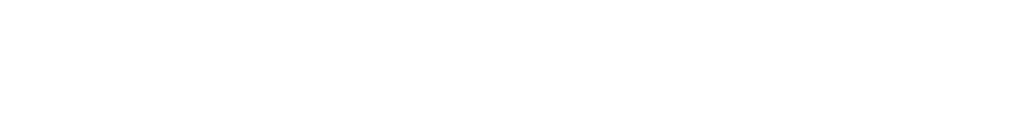
<source format=gbp>
*%FSLAX23Y23*%
*%MOIN*%
G01*
D88*
X11190Y7634D02*
D03*
X11280D02*
D03*
X11190Y7709D02*
D03*
X11280D02*
D03*
X4855Y8329D02*
D03*
X4945D02*
D03*
D98*
X11155Y8354D02*
D03*
Y8444D02*
D03*
X11230Y8354D02*
D03*
Y8444D02*
D03*
X10540Y7669D02*
D03*
Y7579D02*
D03*
X10465Y7669D02*
D03*
Y7579D02*
D03*
M02*

</source>
